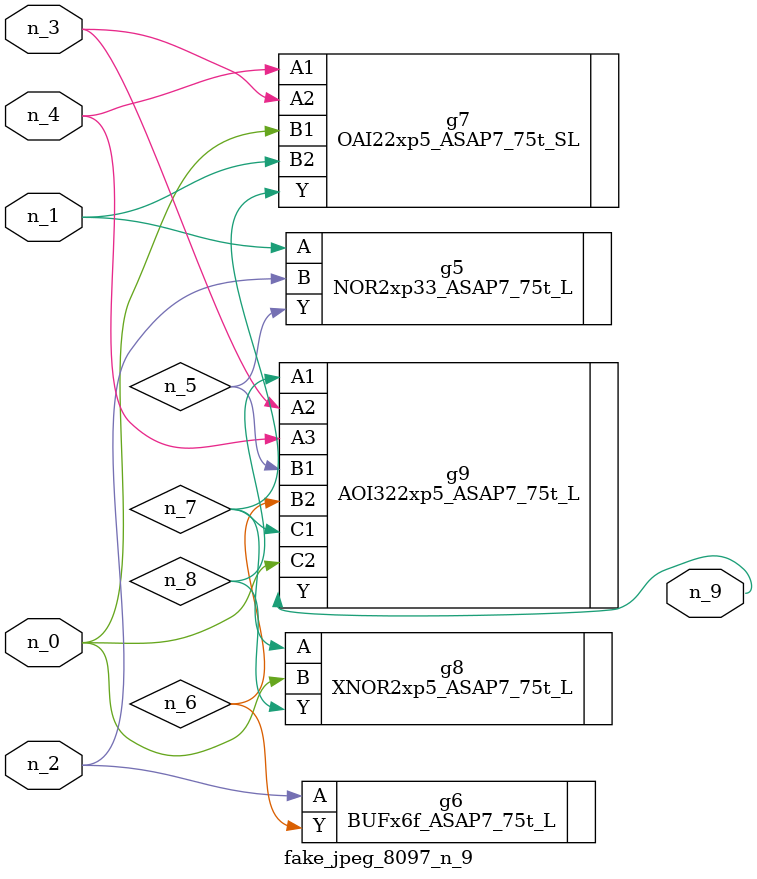
<source format=v>
module fake_jpeg_8097_n_9 (n_3, n_2, n_1, n_0, n_4, n_9);

input n_3;
input n_2;
input n_1;
input n_0;
input n_4;

output n_9;

wire n_8;
wire n_6;
wire n_5;
wire n_7;

NOR2xp33_ASAP7_75t_L g5 ( 
.A(n_1),
.B(n_2),
.Y(n_5)
);

BUFx6f_ASAP7_75t_L g6 ( 
.A(n_2),
.Y(n_6)
);

OAI22xp5_ASAP7_75t_SL g7 ( 
.A1(n_4),
.A2(n_3),
.B1(n_0),
.B2(n_1),
.Y(n_7)
);

XNOR2xp5_ASAP7_75t_L g8 ( 
.A(n_7),
.B(n_0),
.Y(n_8)
);

AOI322xp5_ASAP7_75t_L g9 ( 
.A1(n_8),
.A2(n_3),
.A3(n_4),
.B1(n_5),
.B2(n_6),
.C1(n_7),
.C2(n_0),
.Y(n_9)
);


endmodule
</source>
